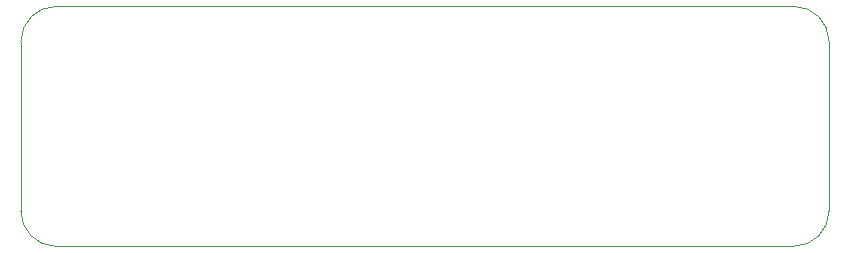
<source format=gm1>
%TF.GenerationSoftware,KiCad,Pcbnew,7.0.6*%
%TF.CreationDate,2023-07-08T14:11:43+08:00*%
%TF.ProjectId,UINIO-MCU-GD32F103C,55494e49-4f2d-44d4-9355-2d4744333246,Version 2.0.0*%
%TF.SameCoordinates,PX92f3a10PY5584170*%
%TF.FileFunction,Profile,NP*%
%FSLAX46Y46*%
G04 Gerber Fmt 4.6, Leading zero omitted, Abs format (unit mm)*
G04 Created by KiCad (PCBNEW 7.0.6) date 2023-07-08 14:11:43*
%MOMM*%
%LPD*%
G01*
G04 APERTURE LIST*
%TA.AperFunction,Profile*%
%ADD10C,0.100000*%
%TD*%
G04 APERTURE END LIST*
D10*
X28649060Y-20332060D02*
G75*
G03*
X31649060Y-17332130I40J2999960D01*
G01*
X31649070Y-3002130D02*
G75*
G03*
X28649060Y-2130I-2999970J30D01*
G01*
X-33780940Y-2060D02*
G75*
G03*
X-36780940Y-3002130I40J-3000040D01*
G01*
X-36780930Y-17332130D02*
G75*
G03*
X-33780940Y-20332130I3000030J30D01*
G01*
X-33780940Y-2130D02*
X28649060Y-2130D01*
X28649060Y-20332130D02*
X-33780940Y-20332130D01*
X31649060Y-3002130D02*
X31649060Y-17332130D01*
X-36780940Y-17332130D02*
X-36780940Y-3002130D01*
M02*

</source>
